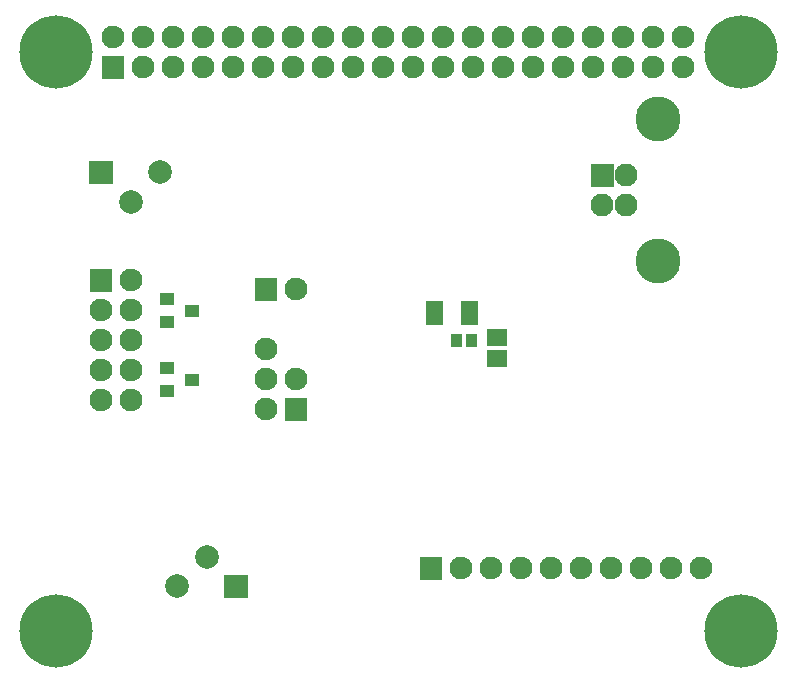
<source format=gbr>
G04 start of page 10 for group -4062 idx -4062 *
G04 Title: MMDVM_pog, soldermask *
G04 Creator: pcb v4.0.0-ga246c150 *
G04 CreationDate: Wed Apr 26 20:29:48 2017 UTC *
G04 For: wojtek *
G04 Format: Gerber/RS-274X *
G04 PCB-Dimensions (mm): 66.29 58.42 *
G04 PCB-Coordinate-Origin: lower left *
%MOMM*%
%FSLAX43Y43*%
%LNBOTTOMMASK*%
%ADD106C,6.200*%
%ADD105C,3.800*%
%ADD104C,1.950*%
%ADD103C,2.000*%
%ADD102C,1.930*%
%ADD101C,0.002*%
G54D101*G36*
X34923Y10269D02*Y8339D01*
X36853D01*
Y10269D01*
X34923D01*
G37*
G54D102*X38428Y9304D03*
G54D103*X16878Y10280D03*
G54D101*G36*
X18378Y8780D02*Y6780D01*
X20378D01*
Y8780D01*
X18378D01*
G37*
G54D103*X14378Y7780D03*
G54D102*X40968Y9304D03*
X43508D03*
X46048D03*
X48588D03*
X51128D03*
X53668D03*
X56208D03*
X58748D03*
G54D101*G36*
X6983Y34653D02*Y32723D01*
X8913D01*
Y34653D01*
X6983D01*
G37*
G54D102*X10488Y33688D03*
X7948Y31148D03*
X10488D03*
X7948Y28608D03*
Y26068D03*
Y23528D03*
X10488Y28608D03*
Y26068D03*
Y23528D03*
G54D103*X10448Y40332D03*
G54D101*G36*
X6948Y43832D02*Y41832D01*
X8948D01*
Y43832D01*
X6948D01*
G37*
G54D103*X12948Y42832D03*
G54D101*G36*
X23493Y23731D02*Y21801D01*
X25423D01*
Y23731D01*
X23493D01*
G37*
G54D102*X21918Y22766D03*
X24458Y25306D03*
X21918D03*
Y27846D03*
G54D101*G36*
X20953Y33891D02*Y31961D01*
X22883D01*
Y33891D01*
X20953D01*
G37*
G54D102*X24458Y32926D03*
G54D101*G36*
X49391Y43553D02*Y41603D01*
X51341D01*
Y43553D01*
X49391D01*
G37*
G54D104*X50366Y40078D03*
X52366D03*
G54D105*X55066Y35328D03*
G54D104*X52366Y42578D03*
G54D105*X55066Y47328D03*
G54D101*G36*
X7999Y52687D02*Y50757D01*
X9929D01*
Y52687D01*
X7999D01*
G37*
G54D102*X8964Y54262D03*
X11504Y51722D03*
Y54262D03*
X14044Y51722D03*
Y54262D03*
X16584Y51722D03*
Y54262D03*
X19124Y51722D03*
Y54262D03*
X21664Y51722D03*
X24204D03*
X26744D03*
X21664Y54262D03*
X24204D03*
X26744D03*
X29284D03*
X31824D03*
X34364D03*
X29284Y51722D03*
X31824D03*
X34364D03*
X36904D03*
Y54262D03*
X39444Y51722D03*
X41984D03*
X44524D03*
X39444Y54262D03*
X41984D03*
X44524D03*
X47064D03*
X49604D03*
X52144D03*
X47064Y51722D03*
X49604D03*
X52144D03*
X54684D03*
Y54262D03*
X57224D03*
Y51722D03*
G54D106*X62094Y3992D03*
Y52992D03*
X4094Y3992D03*
Y52992D03*
G54D101*G36*
X12952Y24798D02*Y23782D01*
X14120D01*
Y24798D01*
X12952D01*
G37*
G36*
Y26779D02*Y25763D01*
X14120D01*
Y26779D01*
X12952D01*
G37*
G36*
X15035Y25789D02*Y24773D01*
X16203D01*
Y25789D01*
X15035D01*
G37*
G36*
X12952Y30640D02*Y29624D01*
X14120D01*
Y30640D01*
X12952D01*
G37*
G36*
Y32621D02*Y31605D01*
X14120D01*
Y32621D01*
X12952D01*
G37*
G36*
X15035Y31631D02*Y30615D01*
X16203D01*
Y31631D01*
X15035D01*
G37*
G36*
X38483Y29184D02*X37581D01*
Y28032D01*
X38483D01*
Y29184D01*
G37*
G36*
X39783D02*X38881D01*
Y28032D01*
X39783D01*
Y29184D01*
G37*
G36*
X40650Y27799D02*Y26347D01*
X42302D01*
Y27799D01*
X40650D01*
G37*
G36*
Y29599D02*Y28147D01*
X42302D01*
Y29599D01*
X40650D01*
G37*
G36*
X39892Y31920D02*X38440D01*
Y29868D01*
X39892D01*
Y31920D01*
G37*
G36*
X36892D02*X35440D01*
Y29868D01*
X36892D01*
Y31920D01*
G37*
M02*

</source>
